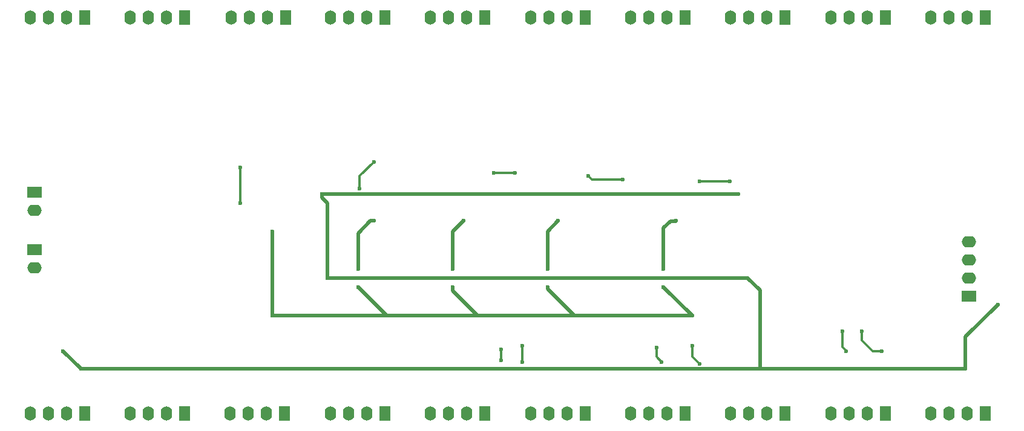
<source format=gbl>
G04*
G04 #@! TF.GenerationSoftware,Altium Limited,Altium Designer,20.0.1 (14)*
G04*
G04 Layer_Physical_Order=2*
G04 Layer_Color=16711680*
%FSLAX44Y44*%
%MOMM*%
G71*
G01*
G75*
%ADD11C,0.3000*%
%ADD26C,0.5000*%
%ADD27O,2.0000X1.6000*%
%ADD28R,2.0000X1.6000*%
%ADD29O,1.6000X2.0000*%
%ADD30R,1.6000X2.0000*%
%ADD31C,0.6000*%
D11*
X490000Y907500D02*
X510000Y927500D01*
X490000Y890000D02*
Y907500D01*
X1207500Y662500D02*
X1220000D01*
X1192500Y677500D02*
Y690000D01*
Y677500D02*
X1207500Y662500D01*
X717500Y647500D02*
Y670000D01*
X687500Y650000D02*
Y665000D01*
X965000Y900000D02*
X1007500D01*
X815000Y902500D02*
X857500D01*
X810000Y907500D02*
X815000Y902500D01*
X677500Y912500D02*
X707500D01*
X322500Y870000D02*
Y920000D01*
X1170000Y662500D02*
Y663436D01*
X1165000Y668436D02*
X1170000Y663436D01*
X1165000Y668436D02*
Y690000D01*
X955000Y655000D02*
X965000Y645000D01*
X955000Y655000D02*
Y670000D01*
X905000Y655000D02*
X912500Y647500D01*
X905000Y655000D02*
Y667500D01*
D26*
X75000Y662500D02*
X100000Y637500D01*
X752500Y750000D02*
X752500D01*
X505000Y845000D02*
X510000D01*
X487500Y827500D02*
X505000Y845000D01*
X487500Y777500D02*
Y827500D01*
X487500Y752500D02*
X527500Y712500D01*
X487500Y752500D02*
X487500D01*
X620000Y777500D02*
Y830000D01*
X635000Y845000D01*
X620191Y747309D02*
X655000Y712500D01*
X620191Y747309D02*
Y752309D01*
X620000Y752500D02*
X620191Y752309D01*
X752500Y750000D02*
X790000Y712500D01*
Y712500D02*
Y712500D01*
X752500Y777500D02*
Y830000D01*
X767500Y845000D01*
X932309Y844809D02*
X932500Y845000D01*
X924809Y844809D02*
X932309D01*
X915000Y835000D02*
X924809Y844809D01*
X915000Y777500D02*
Y835000D01*
Y752500D02*
X955000Y712500D01*
X870000Y765000D02*
X1032500D01*
X727500D02*
X870000D01*
X1032500D02*
X1050000Y747500D01*
X527500Y712500D02*
X655000D01*
X367500D02*
X527500D01*
X655000D02*
X790000D01*
X955000D01*
X1050000Y637500D02*
Y747500D01*
X445000Y765000D02*
Y870000D01*
X367500Y712500D02*
Y830000D01*
X100000Y637500D02*
X217500D01*
X217500D02*
X370000D01*
X375059Y637559D02*
X375250Y637750D01*
X370059Y637559D02*
X375059D01*
X370000Y637500D02*
X370059Y637559D01*
X497375Y637625D02*
X497500Y637500D01*
X375375Y637625D02*
X497375D01*
X375250Y637750D02*
X375375Y637625D01*
X497500Y637500D02*
X640000D01*
X752500D01*
X1190000D02*
X1337500D01*
X1050000D02*
X1190000D01*
X1337500D02*
Y682500D01*
X915000Y637500D02*
X1050000D01*
X752500D02*
X915000D01*
X1337500Y682500D02*
X1382500Y727500D01*
X865000Y882500D02*
X1020000D01*
X725000D02*
X865000D01*
X437500D02*
X605000D01*
X437500Y877500D02*
Y882500D01*
Y877500D02*
X445000Y870000D01*
X605000Y882500D02*
X725000D01*
X445000Y765000D02*
X600000D01*
X727500D01*
D27*
X35000Y859800D02*
D03*
Y779600D02*
D03*
X1342500Y765000D02*
D03*
Y790400D02*
D03*
Y815800D02*
D03*
D28*
X35000Y885200D02*
D03*
Y805000D02*
D03*
X1342500Y739600D02*
D03*
D29*
X1288800Y1130000D02*
D03*
X1314200D02*
D03*
X1339600D02*
D03*
X1148800D02*
D03*
X1174200D02*
D03*
X1199600D02*
D03*
X1059600D02*
D03*
X1034200D02*
D03*
X1008800D02*
D03*
X868800D02*
D03*
X894200D02*
D03*
X919600D02*
D03*
X779600D02*
D03*
X754200D02*
D03*
X728800D02*
D03*
X588800D02*
D03*
X614200D02*
D03*
X639600D02*
D03*
X499600D02*
D03*
X474200D02*
D03*
X448800D02*
D03*
X310310D02*
D03*
X335710D02*
D03*
X361110D02*
D03*
X219600D02*
D03*
X194200D02*
D03*
X168800D02*
D03*
X28800D02*
D03*
X54200D02*
D03*
X79600D02*
D03*
X79600Y575000D02*
D03*
X54200D02*
D03*
X28800D02*
D03*
X168800D02*
D03*
X194200D02*
D03*
X219600D02*
D03*
X359600D02*
D03*
X334200D02*
D03*
X308800D02*
D03*
X448800D02*
D03*
X474200D02*
D03*
X499600D02*
D03*
X919600D02*
D03*
X894200D02*
D03*
X868800D02*
D03*
X1008800D02*
D03*
X1034200D02*
D03*
X1059600D02*
D03*
X639600D02*
D03*
X614200D02*
D03*
X588800D02*
D03*
X728800D02*
D03*
X754200D02*
D03*
X779600D02*
D03*
X1199600D02*
D03*
X1174200D02*
D03*
X1148800D02*
D03*
X1288800D02*
D03*
X1314200D02*
D03*
X1339600D02*
D03*
D30*
X1365000Y1130000D02*
D03*
X1225000D02*
D03*
X1085000D02*
D03*
X945000D02*
D03*
X805000D02*
D03*
X665000D02*
D03*
X525000D02*
D03*
X386510D02*
D03*
X245000D02*
D03*
X105000D02*
D03*
X105000Y575000D02*
D03*
X245000D02*
D03*
X385000D02*
D03*
X525000D02*
D03*
X945000D02*
D03*
X1085000D02*
D03*
X665000D02*
D03*
X805000D02*
D03*
X1225000D02*
D03*
X1365000D02*
D03*
D31*
X75000Y662500D02*
D03*
X510000Y845000D02*
D03*
X487500Y777500D02*
D03*
Y752500D02*
D03*
X635000Y845000D02*
D03*
X620000Y777500D02*
D03*
Y752500D02*
D03*
X767500Y845000D02*
D03*
X752500Y777500D02*
D03*
Y752500D02*
D03*
X932500Y845000D02*
D03*
X915000Y777500D02*
D03*
Y752500D02*
D03*
X527500Y712500D02*
D03*
X655000D02*
D03*
X790000D02*
D03*
X955000D02*
D03*
X367500D02*
D03*
Y830000D02*
D03*
X1337500Y637500D02*
D03*
X640000D02*
D03*
X1382500Y727500D02*
D03*
X1020000Y882500D02*
D03*
X865000D02*
D03*
X490000Y890000D02*
D03*
X437500Y882500D02*
D03*
X725000D02*
D03*
X605000D02*
D03*
X375250Y637750D02*
D03*
X217500Y637500D02*
D03*
X445000Y765000D02*
D03*
X600000D02*
D03*
X727500D02*
D03*
X870000D02*
D03*
X1032500D02*
D03*
X1190000Y637500D02*
D03*
X1050000D02*
D03*
X915000D02*
D03*
X752500D02*
D03*
X497500D02*
D03*
X717500Y647500D02*
D03*
X100000Y637500D02*
D03*
X965000Y900000D02*
D03*
X1007500D02*
D03*
X810000Y907500D02*
D03*
X857500Y902500D02*
D03*
X677500Y912500D02*
D03*
X707500D02*
D03*
X510000Y927500D02*
D03*
X322500Y870000D02*
D03*
Y920000D02*
D03*
X1192500Y690000D02*
D03*
X1220000Y662500D02*
D03*
X1165000Y690000D02*
D03*
X1170000Y662500D02*
D03*
X955000Y670000D02*
D03*
X965000Y645000D02*
D03*
X905000Y667500D02*
D03*
X912500Y647500D02*
D03*
X717500Y670000D02*
D03*
X687500Y665000D02*
D03*
Y650000D02*
D03*
M02*

</source>
